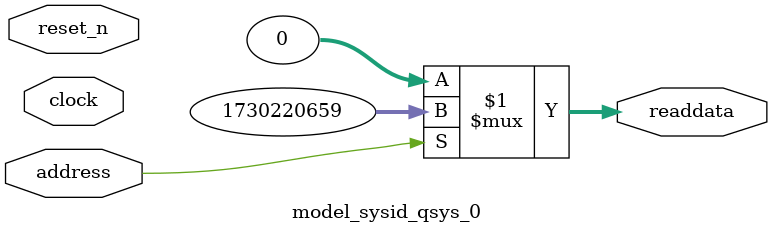
<source format=v>



// synthesis translate_off
`timescale 1ns / 1ps
// synthesis translate_on

// turn off superfluous verilog processor warnings 
// altera message_level Level1 
// altera message_off 10034 10035 10036 10037 10230 10240 10030 

module model_sysid_qsys_0 (
               // inputs:
                address,
                clock,
                reset_n,

               // outputs:
                readdata
             )
;

  output  [ 31: 0] readdata;
  input            address;
  input            clock;
  input            reset_n;

  wire    [ 31: 0] readdata;
  //control_slave, which is an e_avalon_slave
  assign readdata = address ? 1730220659 : 0;

endmodule



</source>
